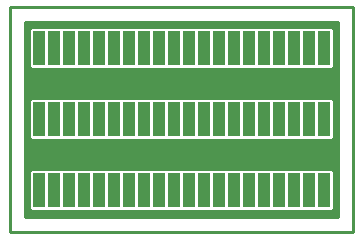
<source format=gtl>
G75*
%MOIN*%
%OFA0B0*%
%FSLAX25Y25*%
%IPPOS*%
%LPD*%
%AMOC8*
5,1,8,0,0,1.08239X$1,22.5*
%
%ADD10R,0.03937X0.11417*%
%ADD11C,0.01000*%
%ADD12C,0.03569*%
D10*
X0011028Y0015476D03*
X0016028Y0015476D03*
X0021028Y0015476D03*
X0026028Y0015476D03*
X0031028Y0015476D03*
X0036028Y0015476D03*
X0041028Y0015476D03*
X0046028Y0015476D03*
X0051028Y0015476D03*
X0056028Y0015476D03*
X0061028Y0015476D03*
X0066028Y0015476D03*
X0071028Y0015476D03*
X0076028Y0015476D03*
X0081028Y0015476D03*
X0086028Y0015476D03*
X0091028Y0015476D03*
X0096028Y0015476D03*
X0101028Y0015476D03*
X0106028Y0015476D03*
X0106028Y0039098D03*
X0101028Y0039098D03*
X0096028Y0039098D03*
X0091028Y0039098D03*
X0086028Y0039098D03*
X0081028Y0039098D03*
X0076028Y0039098D03*
X0071028Y0039098D03*
X0066028Y0039098D03*
X0061028Y0039098D03*
X0056028Y0039098D03*
X0051028Y0039098D03*
X0046028Y0039098D03*
X0041028Y0039098D03*
X0036028Y0039098D03*
X0031028Y0039098D03*
X0026028Y0039098D03*
X0021028Y0039098D03*
X0016028Y0039098D03*
X0011028Y0039098D03*
X0011028Y0062720D03*
X0016028Y0062720D03*
X0021028Y0062720D03*
X0026028Y0062720D03*
X0031028Y0062720D03*
X0036028Y0062720D03*
X0041028Y0062720D03*
X0046028Y0062720D03*
X0051028Y0062720D03*
X0056028Y0062720D03*
X0061028Y0062720D03*
X0066028Y0062720D03*
X0071028Y0062720D03*
X0076028Y0062720D03*
X0081028Y0062720D03*
X0086028Y0062720D03*
X0091028Y0062720D03*
X0096028Y0062720D03*
X0101028Y0062720D03*
X0106028Y0062720D03*
D11*
X0001500Y0076303D02*
X0001500Y0001500D01*
X0115673Y0001500D01*
X0115673Y0076303D01*
X0001500Y0076303D01*
X0006500Y0071303D02*
X0110673Y0071303D01*
X0110673Y0006500D01*
X0006500Y0006500D01*
X0006500Y0071303D01*
X0006500Y0070511D02*
X0110673Y0070511D01*
X0110673Y0069513D02*
X0108751Y0069513D01*
X0108535Y0069729D02*
X0008521Y0069729D01*
X0007759Y0068968D01*
X0007759Y0056473D01*
X0008521Y0055712D01*
X0028535Y0055712D01*
X0033521Y0055712D01*
X0108535Y0055712D01*
X0109296Y0056473D01*
X0109296Y0068968D01*
X0108535Y0069729D01*
X0109296Y0068514D02*
X0110673Y0068514D01*
X0110673Y0067516D02*
X0109296Y0067516D01*
X0109296Y0066517D02*
X0110673Y0066517D01*
X0110673Y0065519D02*
X0109296Y0065519D01*
X0109296Y0064520D02*
X0110673Y0064520D01*
X0110673Y0063522D02*
X0109296Y0063522D01*
X0109296Y0062523D02*
X0110673Y0062523D01*
X0110673Y0061525D02*
X0109296Y0061525D01*
X0109296Y0060526D02*
X0110673Y0060526D01*
X0110673Y0059528D02*
X0109296Y0059528D01*
X0109296Y0058529D02*
X0110673Y0058529D01*
X0110673Y0057531D02*
X0109296Y0057531D01*
X0109296Y0056532D02*
X0110673Y0056532D01*
X0110673Y0055534D02*
X0006500Y0055534D01*
X0006500Y0056532D02*
X0007759Y0056532D01*
X0007759Y0057531D02*
X0006500Y0057531D01*
X0006500Y0058529D02*
X0007759Y0058529D01*
X0007759Y0059528D02*
X0006500Y0059528D01*
X0006500Y0060526D02*
X0007759Y0060526D01*
X0007759Y0061525D02*
X0006500Y0061525D01*
X0006500Y0062523D02*
X0007759Y0062523D01*
X0007759Y0063522D02*
X0006500Y0063522D01*
X0006500Y0064520D02*
X0007759Y0064520D01*
X0007759Y0065519D02*
X0006500Y0065519D01*
X0006500Y0066517D02*
X0007759Y0066517D01*
X0007759Y0067516D02*
X0006500Y0067516D01*
X0006500Y0068514D02*
X0007759Y0068514D01*
X0008304Y0069513D02*
X0006500Y0069513D01*
X0006500Y0054535D02*
X0110673Y0054535D01*
X0110673Y0053537D02*
X0006500Y0053537D01*
X0006500Y0052538D02*
X0110673Y0052538D01*
X0110673Y0051540D02*
X0006500Y0051540D01*
X0006500Y0050541D02*
X0110673Y0050541D01*
X0110673Y0049543D02*
X0006500Y0049543D01*
X0006500Y0048544D02*
X0110673Y0048544D01*
X0110673Y0047546D02*
X0006500Y0047546D01*
X0006500Y0046547D02*
X0110673Y0046547D01*
X0110673Y0045549D02*
X0109093Y0045549D01*
X0109296Y0045346D02*
X0108535Y0046107D01*
X0008521Y0046107D01*
X0007759Y0045346D01*
X0007759Y0032851D01*
X0008521Y0032090D01*
X0028535Y0032090D01*
X0033521Y0032090D01*
X0108535Y0032090D01*
X0109296Y0032851D01*
X0109296Y0045346D01*
X0109296Y0044550D02*
X0110673Y0044550D01*
X0110673Y0043552D02*
X0109296Y0043552D01*
X0109296Y0042553D02*
X0110673Y0042553D01*
X0110673Y0041555D02*
X0109296Y0041555D01*
X0109296Y0040556D02*
X0110673Y0040556D01*
X0110673Y0039558D02*
X0109296Y0039558D01*
X0109296Y0038559D02*
X0110673Y0038559D01*
X0110673Y0037560D02*
X0109296Y0037560D01*
X0109296Y0036562D02*
X0110673Y0036562D01*
X0110673Y0035563D02*
X0109296Y0035563D01*
X0109296Y0034565D02*
X0110673Y0034565D01*
X0110673Y0033566D02*
X0109296Y0033566D01*
X0109013Y0032568D02*
X0110673Y0032568D01*
X0110673Y0031569D02*
X0006500Y0031569D01*
X0006500Y0030571D02*
X0110673Y0030571D01*
X0110673Y0029572D02*
X0006500Y0029572D01*
X0006500Y0028574D02*
X0110673Y0028574D01*
X0110673Y0027575D02*
X0006500Y0027575D01*
X0006500Y0026577D02*
X0110673Y0026577D01*
X0110673Y0025578D02*
X0006500Y0025578D01*
X0006500Y0024580D02*
X0110673Y0024580D01*
X0110673Y0023581D02*
X0006500Y0023581D01*
X0006500Y0022583D02*
X0110673Y0022583D01*
X0110673Y0021584D02*
X0109296Y0021584D01*
X0109296Y0021724D02*
X0108535Y0022485D01*
X0008521Y0022485D01*
X0007759Y0021724D01*
X0007759Y0009229D01*
X0008521Y0008468D01*
X0028535Y0008468D01*
X0033521Y0008468D01*
X0108535Y0008468D01*
X0109296Y0009229D01*
X0109296Y0021724D01*
X0109296Y0020586D02*
X0110673Y0020586D01*
X0110673Y0019587D02*
X0109296Y0019587D01*
X0109296Y0018589D02*
X0110673Y0018589D01*
X0110673Y0017590D02*
X0109296Y0017590D01*
X0109296Y0016592D02*
X0110673Y0016592D01*
X0110673Y0015593D02*
X0109296Y0015593D01*
X0109296Y0014595D02*
X0110673Y0014595D01*
X0110673Y0013596D02*
X0109296Y0013596D01*
X0109296Y0012598D02*
X0110673Y0012598D01*
X0110673Y0011599D02*
X0109296Y0011599D01*
X0109296Y0010601D02*
X0110673Y0010601D01*
X0110673Y0009602D02*
X0109296Y0009602D01*
X0108670Y0008604D02*
X0110673Y0008604D01*
X0110673Y0007605D02*
X0006500Y0007605D01*
X0006500Y0006607D02*
X0110673Y0006607D01*
X0008385Y0008604D02*
X0006500Y0008604D01*
X0006500Y0009602D02*
X0007759Y0009602D01*
X0007759Y0010601D02*
X0006500Y0010601D01*
X0006500Y0011599D02*
X0007759Y0011599D01*
X0007759Y0012598D02*
X0006500Y0012598D01*
X0006500Y0013596D02*
X0007759Y0013596D01*
X0007759Y0014595D02*
X0006500Y0014595D01*
X0006500Y0015593D02*
X0007759Y0015593D01*
X0007759Y0016592D02*
X0006500Y0016592D01*
X0006500Y0017590D02*
X0007759Y0017590D01*
X0007759Y0018589D02*
X0006500Y0018589D01*
X0006500Y0019587D02*
X0007759Y0019587D01*
X0007759Y0020586D02*
X0006500Y0020586D01*
X0006500Y0021584D02*
X0007759Y0021584D01*
X0008042Y0032568D02*
X0006500Y0032568D01*
X0006500Y0033566D02*
X0007759Y0033566D01*
X0007759Y0034565D02*
X0006500Y0034565D01*
X0006500Y0035563D02*
X0007759Y0035563D01*
X0007759Y0036562D02*
X0006500Y0036562D01*
X0006500Y0037560D02*
X0007759Y0037560D01*
X0007759Y0038559D02*
X0006500Y0038559D01*
X0006500Y0039558D02*
X0007759Y0039558D01*
X0007759Y0040556D02*
X0006500Y0040556D01*
X0006500Y0041555D02*
X0007759Y0041555D01*
X0007759Y0042553D02*
X0006500Y0042553D01*
X0006500Y0043552D02*
X0007759Y0043552D01*
X0007759Y0044550D02*
X0006500Y0044550D01*
X0006500Y0045549D02*
X0007962Y0045549D01*
D12*
X0011028Y0039098D03*
X0016028Y0039098D03*
X0021028Y0039098D03*
X0026028Y0039098D03*
X0031028Y0039098D03*
X0036028Y0039098D03*
X0041028Y0039098D03*
X0046028Y0039098D03*
X0051028Y0039098D03*
X0056028Y0039098D03*
X0061028Y0039098D03*
X0066028Y0039098D03*
X0071028Y0039098D03*
X0076028Y0039098D03*
X0081028Y0039098D03*
X0086028Y0039098D03*
X0091028Y0039098D03*
X0096028Y0039098D03*
X0101028Y0039098D03*
X0106028Y0039098D03*
X0106028Y0062720D03*
X0101028Y0062720D03*
X0096028Y0062720D03*
X0091028Y0062720D03*
X0086028Y0062720D03*
X0081028Y0062720D03*
X0076028Y0062720D03*
X0071028Y0062720D03*
X0066028Y0062720D03*
X0061028Y0062720D03*
X0056028Y0062720D03*
X0051028Y0062720D03*
X0046028Y0062720D03*
X0041028Y0062720D03*
X0036028Y0062720D03*
X0031028Y0062720D03*
X0026028Y0062720D03*
X0021028Y0062720D03*
X0016028Y0062720D03*
X0011028Y0062720D03*
X0011028Y0015476D03*
X0016028Y0015476D03*
X0021028Y0015476D03*
X0026028Y0015476D03*
X0031028Y0015476D03*
X0036028Y0015476D03*
X0041028Y0015476D03*
X0046028Y0015476D03*
X0051028Y0015476D03*
X0056028Y0015476D03*
X0061028Y0015476D03*
X0066028Y0015476D03*
X0071028Y0015476D03*
X0076028Y0015476D03*
X0081028Y0015476D03*
X0086028Y0015476D03*
X0091028Y0015476D03*
X0096028Y0015476D03*
X0101028Y0015476D03*
X0106028Y0015476D03*
M02*

</source>
